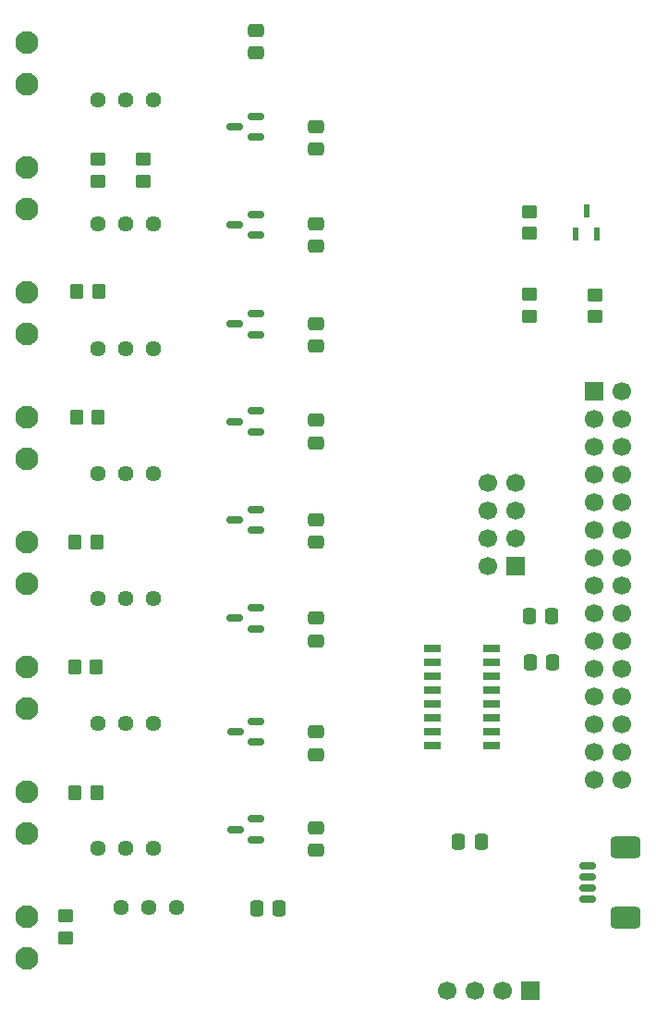
<source format=gbr>
%TF.GenerationSoftware,KiCad,Pcbnew,9.0.1*%
%TF.CreationDate,2025-04-04T11:50:33+11:00*%
%TF.ProjectId,v7_equip_analog,76375f65-7175-4697-905f-616e616c6f67,rev?*%
%TF.SameCoordinates,Original*%
%TF.FileFunction,Soldermask,Top*%
%TF.FilePolarity,Negative*%
%FSLAX46Y46*%
G04 Gerber Fmt 4.6, Leading zero omitted, Abs format (unit mm)*
G04 Created by KiCad (PCBNEW 9.0.1) date 2025-04-04 11:50:33*
%MOMM*%
%LPD*%
G01*
G04 APERTURE LIST*
G04 Aperture macros list*
%AMRoundRect*
0 Rectangle with rounded corners*
0 $1 Rounding radius*
0 $2 $3 $4 $5 $6 $7 $8 $9 X,Y pos of 4 corners*
0 Add a 4 corners polygon primitive as box body*
4,1,4,$2,$3,$4,$5,$6,$7,$8,$9,$2,$3,0*
0 Add four circle primitives for the rounded corners*
1,1,$1+$1,$2,$3*
1,1,$1+$1,$4,$5*
1,1,$1+$1,$6,$7*
1,1,$1+$1,$8,$9*
0 Add four rect primitives between the rounded corners*
20,1,$1+$1,$2,$3,$4,$5,0*
20,1,$1+$1,$4,$5,$6,$7,0*
20,1,$1+$1,$6,$7,$8,$9,0*
20,1,$1+$1,$8,$9,$2,$3,0*%
G04 Aperture macros list end*
%ADD10R,1.700000X1.700000*%
%ADD11C,1.700000*%
%ADD12RoundRect,0.150000X0.587500X0.150000X-0.587500X0.150000X-0.587500X-0.150000X0.587500X-0.150000X0*%
%ADD13C,1.440000*%
%ADD14C,2.100000*%
%ADD15RoundRect,0.250000X-0.337500X-0.475000X0.337500X-0.475000X0.337500X0.475000X-0.337500X0.475000X0*%
%ADD16RoundRect,0.250000X0.450000X-0.350000X0.450000X0.350000X-0.450000X0.350000X-0.450000X-0.350000X0*%
%ADD17RoundRect,0.250000X0.337500X0.475000X-0.337500X0.475000X-0.337500X-0.475000X0.337500X-0.475000X0*%
%ADD18RoundRect,0.250000X-0.475000X0.337500X-0.475000X-0.337500X0.475000X-0.337500X0.475000X0.337500X0*%
%ADD19RoundRect,0.250000X-0.350000X-0.450000X0.350000X-0.450000X0.350000X0.450000X-0.350000X0.450000X0*%
%ADD20RoundRect,0.250000X-0.450000X0.350000X-0.450000X-0.350000X0.450000X-0.350000X0.450000X0.350000X0*%
%ADD21RoundRect,0.150000X0.625000X-0.150000X0.625000X0.150000X-0.625000X0.150000X-0.625000X-0.150000X0*%
%ADD22RoundRect,0.416666X0.970834X-0.583334X0.970834X0.583334X-0.970834X0.583334X-0.970834X-0.583334X0*%
%ADD23R,0.600000X1.250000*%
%ADD24RoundRect,0.250000X0.475000X-0.337500X0.475000X0.337500X-0.475000X0.337500X-0.475000X-0.337500X0*%
%ADD25R,1.500000X0.650000*%
G04 APERTURE END LIST*
D10*
%TO.C,J8*%
X47802800Y-53441600D03*
D11*
X45262800Y-53441600D03*
X47802800Y-50901600D03*
X45262800Y-50901600D03*
X47802800Y-48361600D03*
X45262800Y-48361600D03*
X47802800Y-45821600D03*
X45262800Y-45821600D03*
%TD*%
D12*
%TO.C,D1*%
X23937500Y-14146700D03*
X23937500Y-12246700D03*
X22062500Y-13196700D03*
%TD*%
%TO.C,D7*%
X24000700Y-69530000D03*
X24000700Y-67630000D03*
X22125700Y-68580000D03*
%TD*%
%TO.C,D6*%
X23937500Y-50142128D03*
X23937500Y-48242128D03*
X22062500Y-49192128D03*
%TD*%
%TO.C,D4*%
X23937500Y-32231500D03*
X23937500Y-30331500D03*
X22062500Y-31281500D03*
%TD*%
%TO.C,D3*%
X23937500Y-41143271D03*
X23937500Y-39243271D03*
X22062500Y-40193271D03*
%TD*%
%TO.C,D8*%
X23949900Y-78470800D03*
X23949900Y-76570800D03*
X22074900Y-77520800D03*
%TD*%
%TO.C,D5*%
X23937500Y-59140985D03*
X23937500Y-57240985D03*
X22062500Y-58190985D03*
%TD*%
%TO.C,D2*%
X23937500Y-23145557D03*
X23937500Y-21245557D03*
X22062500Y-22195557D03*
%TD*%
D10*
%TO.C,J3*%
X54991000Y-37439600D03*
D11*
X57531000Y-37439600D03*
X54991000Y-39979600D03*
X57531000Y-39979600D03*
X54991000Y-42519600D03*
X57531000Y-42519600D03*
X54991000Y-45059600D03*
X57531000Y-45059600D03*
X54991000Y-47599600D03*
X57531000Y-47599600D03*
X54991000Y-50139600D03*
X57531000Y-50139600D03*
X54991000Y-52679600D03*
X57531000Y-52679600D03*
X54991000Y-55219600D03*
X57531000Y-55219600D03*
X54991000Y-57759600D03*
X57531000Y-57759600D03*
X54991000Y-60299600D03*
X57531000Y-60299600D03*
X54991000Y-62839600D03*
X57531000Y-62839600D03*
X54991000Y-65379600D03*
X57531000Y-65379600D03*
X54991000Y-67919600D03*
X57531000Y-67919600D03*
X54991000Y-70459600D03*
X57531000Y-70459600D03*
X54991000Y-72999600D03*
X57531000Y-72999600D03*
%TD*%
D10*
%TO.C,CON1*%
X49123600Y-92252800D03*
D11*
X46583600Y-92252800D03*
X44043600Y-92252800D03*
X41503600Y-92252800D03*
%TD*%
D13*
%TO.C,RV8*%
X16713200Y-84683600D03*
X14173200Y-84683600D03*
X11633200Y-84683600D03*
%TD*%
%TO.C,RV2*%
X14554200Y-22136100D03*
X12014200Y-22136100D03*
X9474200Y-22136100D03*
%TD*%
%TO.C,RV5*%
X14554200Y-67805300D03*
X12014200Y-67805300D03*
X9474200Y-67805300D03*
%TD*%
%TO.C,RV4*%
X14554200Y-33553400D03*
X12014200Y-33553400D03*
X9474200Y-33553400D03*
%TD*%
%TO.C,RV6*%
X14554200Y-56388000D03*
X12014200Y-56388000D03*
X9474200Y-56388000D03*
%TD*%
%TO.C,RV7*%
X14554200Y-79222600D03*
X12014200Y-79222600D03*
X9474200Y-79222600D03*
%TD*%
%TO.C,RV3*%
X14554200Y-44970700D03*
X12014200Y-44970700D03*
X9474200Y-44970700D03*
%TD*%
%TO.C,RV1*%
X14554200Y-10718800D03*
X12014200Y-10718800D03*
X9474200Y-10718800D03*
%TD*%
D14*
%TO.C,J1*%
X3000000Y-9300000D03*
X3000000Y-5490000D03*
%TD*%
D15*
%TO.C,C9*%
X49102100Y-62255400D03*
X51177100Y-62255400D03*
%TD*%
D16*
%TO.C,R9*%
X49072800Y-22961600D03*
X49072800Y-20961600D03*
%TD*%
D17*
%TO.C,C13*%
X44602400Y-78663800D03*
X42527400Y-78663800D03*
%TD*%
D18*
%TO.C,C11*%
X29514800Y-68583900D03*
X29514800Y-70658900D03*
%TD*%
D19*
%TO.C,R10*%
X7407400Y-74142600D03*
X9407400Y-74142600D03*
%TD*%
D14*
%TO.C,J4*%
X3000000Y-43585713D03*
X3000000Y-39775713D03*
%TD*%
%TO.C,J5*%
X3000000Y-32157142D03*
X3000000Y-28347142D03*
%TD*%
D18*
%TO.C,C8*%
X29464000Y-49178300D03*
X29464000Y-51253300D03*
%TD*%
D20*
%TO.C,R2*%
X9474200Y-16195800D03*
X9474200Y-18195800D03*
%TD*%
D19*
%TO.C,R5*%
X7356600Y-62661800D03*
X9356600Y-62661800D03*
%TD*%
D14*
%TO.C,J2*%
X3000000Y-20728571D03*
X3000000Y-16918571D03*
%TD*%
D16*
%TO.C,R7*%
X55016400Y-30581600D03*
X55016400Y-28581600D03*
%TD*%
D18*
%TO.C,C3*%
X29489400Y-22076500D03*
X29489400Y-24151500D03*
%TD*%
D14*
%TO.C,J10*%
X3000000Y-89300000D03*
X3000000Y-85490000D03*
%TD*%
D19*
%TO.C,R3*%
X7509000Y-39801800D03*
X9509000Y-39801800D03*
%TD*%
D16*
%TO.C,R8*%
X49072800Y-30556200D03*
X49072800Y-28556200D03*
%TD*%
D19*
%TO.C,R6*%
X7407400Y-51231800D03*
X9407400Y-51231800D03*
%TD*%
D14*
%TO.C,J7*%
X3000000Y-55014284D03*
X3000000Y-51204284D03*
%TD*%
D18*
%TO.C,C7*%
X29464000Y-58195300D03*
X29464000Y-60270300D03*
%TD*%
D21*
%TO.C,CON2*%
X54388000Y-83897600D03*
X54388000Y-82897600D03*
X54388000Y-81897600D03*
X54388000Y-80897600D03*
D22*
X57810400Y-85598000D03*
X57810400Y-79146400D03*
%TD*%
D23*
%TO.C,IC2*%
X53304400Y-23011600D03*
X55204400Y-23011600D03*
X54254400Y-20911600D03*
%TD*%
D18*
%TO.C,C1*%
X29464000Y-13186500D03*
X29464000Y-15261500D03*
%TD*%
D14*
%TO.C,J6*%
X3000000Y-66442855D03*
X3000000Y-62632855D03*
%TD*%
D24*
%TO.C,C2*%
X24000000Y-6473100D03*
X24000000Y-4398100D03*
%TD*%
D18*
%TO.C,C4*%
X29464000Y-40085100D03*
X29464000Y-42160100D03*
%TD*%
D20*
%TO.C,R11*%
X6527800Y-85461600D03*
X6527800Y-87461600D03*
%TD*%
%TO.C,R1*%
X13665200Y-16170400D03*
X13665200Y-18170400D03*
%TD*%
D15*
%TO.C,C6*%
X49000500Y-58013600D03*
X51075500Y-58013600D03*
%TD*%
D14*
%TO.C,J9*%
X3000000Y-77871426D03*
X3000000Y-74061426D03*
%TD*%
D18*
%TO.C,C5*%
X29438600Y-31209616D03*
X29438600Y-33284616D03*
%TD*%
%TO.C,C12*%
X29514800Y-77346900D03*
X29514800Y-79421900D03*
%TD*%
D15*
%TO.C,C10*%
X24032300Y-84785200D03*
X26107300Y-84785200D03*
%TD*%
D19*
%TO.C,R4*%
X7585200Y-28321000D03*
X9585200Y-28321000D03*
%TD*%
D25*
%TO.C,IC1*%
X40149800Y-60985400D03*
X40149800Y-62255400D03*
X40149800Y-63525400D03*
X40149800Y-64795400D03*
X40149800Y-66065400D03*
X40149800Y-67335400D03*
X40149800Y-68605400D03*
X40149800Y-69875400D03*
X45549800Y-69875400D03*
X45549800Y-68605400D03*
X45549800Y-67335400D03*
X45549800Y-66065400D03*
X45549800Y-64795400D03*
X45549800Y-63525400D03*
X45549800Y-62255400D03*
X45549800Y-60985400D03*
%TD*%
M02*

</source>
